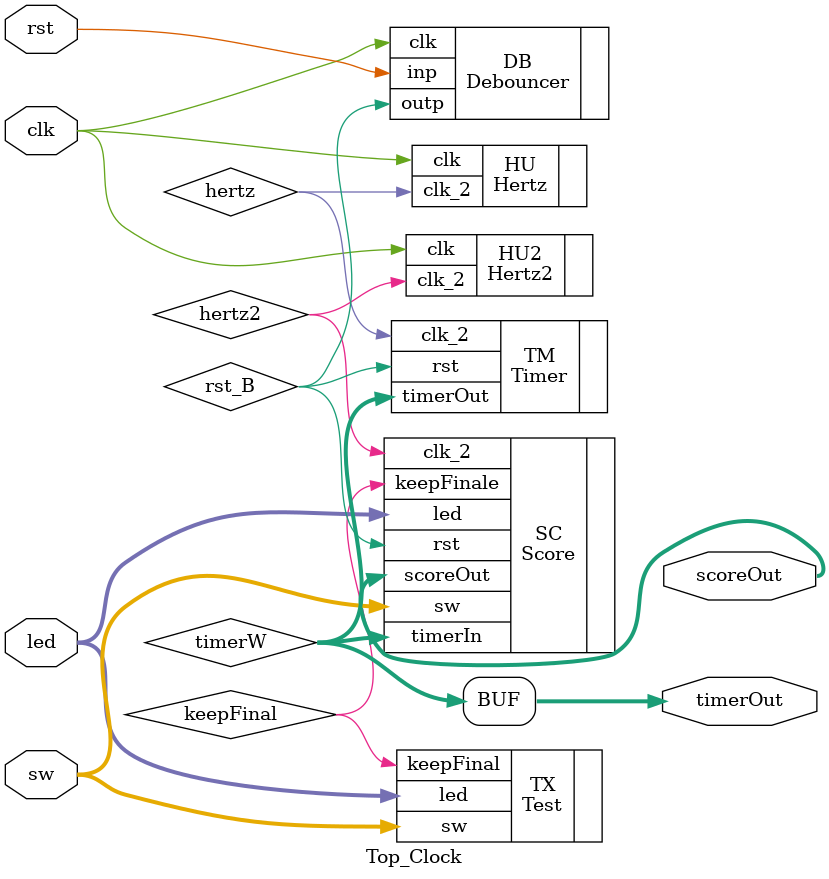
<source format=v>
`timescale 1ns / 1ps

module Top_Clock(clk, rst, led, sw, timerOut, scoreOut);

input clk, rst;
input [15:0] led, sw;
output [5:0] timerOut, scoreOut;

wire hertz, hertz2, rst_B, keepFinal;
wire [5:0] timerW;

Debouncer DB (.clk(clk), .inp(rst), .outp(rst_B));
Hertz HU (.clk(clk), .clk_2(hertz));
Hertz2 HU2 (.clk(clk), .clk_2(hertz2));
Timer TM (.clk_2(hertz), .rst(rst_B), .timerOut(timerW));
Score SC (.clk_2(hertz2), .rst(rst_B), .keepFinale(keepFinal), .led(led), .sw(sw), .timerIn(timerW), .scoreOut(scoreOut));
Test TX (.led(led), .sw(sw), .keepFinal(keepFinal));

assign timerOut = timerW;

endmodule

</source>
